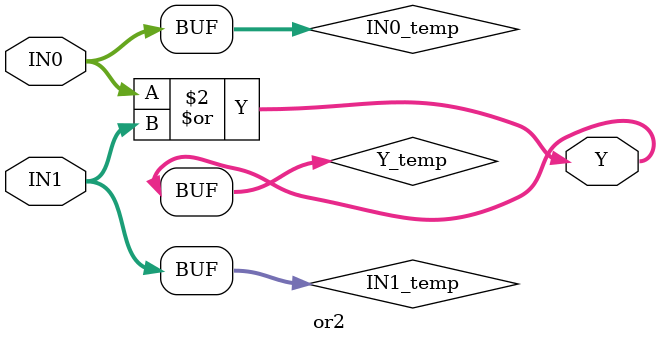
<source format=v>
module or2(IN0,IN1,Y);
  parameter N = 8;
  parameter DPFLAG = 1;
  parameter GROUP = "dpath1";
  parameter
        d_IN0 = 0,
        d_IN1 = 0,
        d_Y = 1;
  input [(N - 1):0] IN0;
  input [(N - 1):0] IN1;
  output [(N - 1):0] Y;
  wire [(N - 1):0] IN0_temp;
  wire [(N - 1):0] IN1_temp;
  reg [(N - 1):0] Y_temp;
  assign #(d_IN0) IN0_temp = IN0;
  assign #(d_IN1) IN1_temp = IN1;
  assign #(d_Y) Y = Y_temp;
  always
    @(IN0_temp or IN1_temp)
      begin
      Y_temp = (IN0_temp | IN1_temp);
      end
endmodule

</source>
